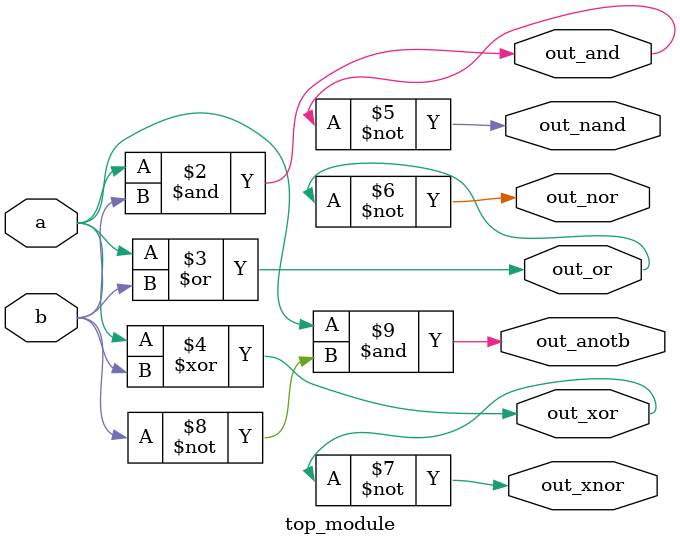
<source format=v>
module top_module( 
    input a, b,
    output out_and,
    output out_or,
    output out_xor,
    output out_nand,
    output out_nor,
    output out_xnor,
    output out_anotb
);

//assign out_and = a&b;
//assign out_or = a|b;
//assign out_xor = a^b;
//assign out_nand = ~out_and;
//assign out_nor = ~out_or;
//assign out_xnor = ~out_xor;
//assign out_anotb = a&~b;
    
    always @(*) begin
        out_and = a&b;
        out_or = a|b;
        out_xor = a^b;
        out_nand = ~out_and;
        out_nor = ~out_or;
        out_xnor = ~out_xor;
        out_anotb = a&~b;
    end
    
endmodule

</source>
